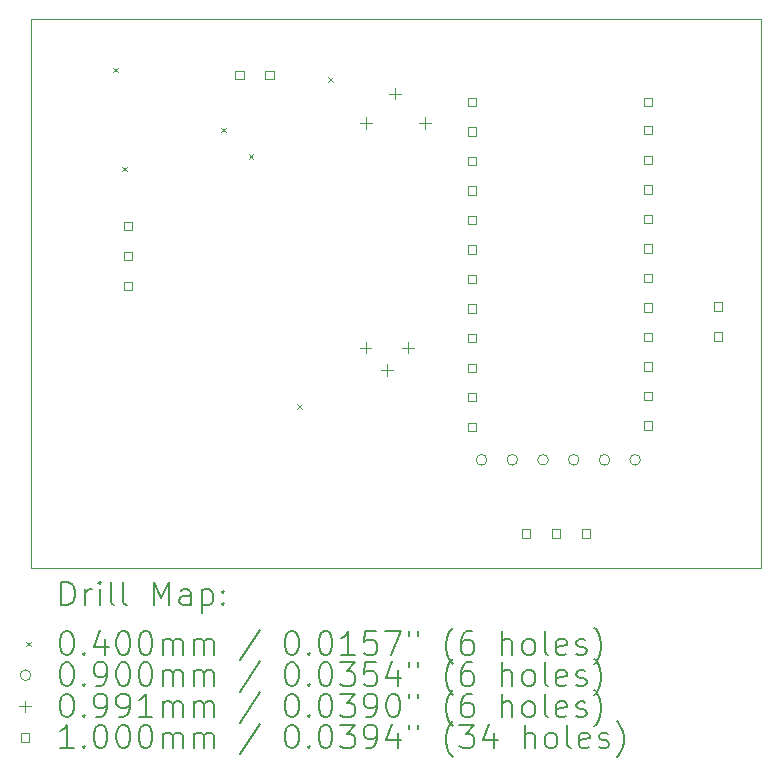
<source format=gbr>
%FSLAX45Y45*%
G04 Gerber Fmt 4.5, Leading zero omitted, Abs format (unit mm)*
G04 Created by KiCad (PCBNEW (6.0.1)) date 2022-04-24 16:29:00*
%MOMM*%
%LPD*%
G01*
G04 APERTURE LIST*
%TA.AperFunction,Profile*%
%ADD10C,0.100000*%
%TD*%
%ADD11C,0.200000*%
%ADD12C,0.040000*%
%ADD13C,0.090000*%
%ADD14C,0.099060*%
%ADD15C,0.100000*%
G04 APERTURE END LIST*
D10*
X16840200Y-6807200D02*
X23018400Y-6807200D01*
X23018400Y-6807200D02*
X23018400Y-11455400D01*
X23018400Y-11455400D02*
X16840200Y-11455400D01*
X16840200Y-11455400D02*
X16840200Y-6807200D01*
D11*
D12*
X17531400Y-7219000D02*
X17571400Y-7259000D01*
X17571400Y-7219000D02*
X17531400Y-7259000D01*
X17607600Y-8057200D02*
X17647600Y-8097200D01*
X17647600Y-8057200D02*
X17607600Y-8097200D01*
X18445800Y-7727000D02*
X18485800Y-7767000D01*
X18485800Y-7727000D02*
X18445800Y-7767000D01*
X18680000Y-7950000D02*
X18720000Y-7990000D01*
X18720000Y-7950000D02*
X18680000Y-7990000D01*
X19089000Y-10070000D02*
X19129000Y-10110000D01*
X19129000Y-10070000D02*
X19089000Y-10110000D01*
X19350000Y-7300000D02*
X19390000Y-7340000D01*
X19390000Y-7300000D02*
X19350000Y-7340000D01*
D13*
X20696500Y-10540500D02*
G75*
G03*
X20696500Y-10540500I-45000J0D01*
G01*
X20956500Y-10540500D02*
G75*
G03*
X20956500Y-10540500I-45000J0D01*
G01*
X21216500Y-10540500D02*
G75*
G03*
X21216500Y-10540500I-45000J0D01*
G01*
X21476500Y-10540500D02*
G75*
G03*
X21476500Y-10540500I-45000J0D01*
G01*
X21736500Y-10540500D02*
G75*
G03*
X21736500Y-10540500I-45000J0D01*
G01*
X21996500Y-10540500D02*
G75*
G03*
X21996500Y-10540500I-45000J0D01*
G01*
D14*
X19668550Y-9540020D02*
X19668550Y-9639080D01*
X19619020Y-9589550D02*
X19718080Y-9589550D01*
X19670000Y-7640470D02*
X19670000Y-7739530D01*
X19620470Y-7690000D02*
X19719530Y-7690000D01*
X19848550Y-9730020D02*
X19848550Y-9829080D01*
X19799020Y-9779550D02*
X19898080Y-9779550D01*
X19920000Y-7390470D02*
X19920000Y-7489530D01*
X19870470Y-7440000D02*
X19969530Y-7440000D01*
X20028550Y-9540020D02*
X20028550Y-9639080D01*
X19979020Y-9589550D02*
X20078080Y-9589550D01*
X20170000Y-7640470D02*
X20170000Y-7739530D01*
X20120470Y-7690000D02*
X20219530Y-7690000D01*
D15*
X17690856Y-8595156D02*
X17690856Y-8524444D01*
X17620144Y-8524444D01*
X17620144Y-8595156D01*
X17690856Y-8595156D01*
X17690856Y-8849156D02*
X17690856Y-8778444D01*
X17620144Y-8778444D01*
X17620144Y-8849156D01*
X17690856Y-8849156D01*
X17690856Y-9103156D02*
X17690856Y-9032444D01*
X17620144Y-9032444D01*
X17620144Y-9103156D01*
X17690856Y-9103156D01*
X18636356Y-7317856D02*
X18636356Y-7247144D01*
X18565644Y-7247144D01*
X18565644Y-7317856D01*
X18636356Y-7317856D01*
X18890356Y-7317856D02*
X18890356Y-7247144D01*
X18819644Y-7247144D01*
X18819644Y-7317856D01*
X18890356Y-7317856D01*
X20606856Y-7545856D02*
X20606856Y-7475144D01*
X20536144Y-7475144D01*
X20536144Y-7545856D01*
X20606856Y-7545856D01*
X20606856Y-7795856D02*
X20606856Y-7725144D01*
X20536144Y-7725144D01*
X20536144Y-7795856D01*
X20606856Y-7795856D01*
X20606856Y-8045856D02*
X20606856Y-7975144D01*
X20536144Y-7975144D01*
X20536144Y-8045856D01*
X20606856Y-8045856D01*
X20606856Y-8295856D02*
X20606856Y-8225144D01*
X20536144Y-8225144D01*
X20536144Y-8295856D01*
X20606856Y-8295856D01*
X20606856Y-8545856D02*
X20606856Y-8475144D01*
X20536144Y-8475144D01*
X20536144Y-8545856D01*
X20606856Y-8545856D01*
X20606856Y-8795856D02*
X20606856Y-8725144D01*
X20536144Y-8725144D01*
X20536144Y-8795856D01*
X20606856Y-8795856D01*
X20606856Y-9045856D02*
X20606856Y-8975144D01*
X20536144Y-8975144D01*
X20536144Y-9045856D01*
X20606856Y-9045856D01*
X20606856Y-9295856D02*
X20606856Y-9225144D01*
X20536144Y-9225144D01*
X20536144Y-9295856D01*
X20606856Y-9295856D01*
X20606856Y-9545856D02*
X20606856Y-9475144D01*
X20536144Y-9475144D01*
X20536144Y-9545856D01*
X20606856Y-9545856D01*
X20606856Y-9795856D02*
X20606856Y-9725144D01*
X20536144Y-9725144D01*
X20536144Y-9795856D01*
X20606856Y-9795856D01*
X20606856Y-10045856D02*
X20606856Y-9975144D01*
X20536144Y-9975144D01*
X20536144Y-10045856D01*
X20606856Y-10045856D01*
X20606856Y-10295856D02*
X20606856Y-10225144D01*
X20536144Y-10225144D01*
X20536144Y-10295856D01*
X20606856Y-10295856D01*
X21060856Y-11198856D02*
X21060856Y-11128144D01*
X20990144Y-11128144D01*
X20990144Y-11198856D01*
X21060856Y-11198856D01*
X21314856Y-11198856D02*
X21314856Y-11128144D01*
X21244144Y-11128144D01*
X21244144Y-11198856D01*
X21314856Y-11198856D01*
X21568856Y-11198856D02*
X21568856Y-11128144D01*
X21498144Y-11128144D01*
X21498144Y-11198856D01*
X21568856Y-11198856D01*
X22096856Y-7545856D02*
X22096856Y-7475144D01*
X22026144Y-7475144D01*
X22026144Y-7545856D01*
X22096856Y-7545856D01*
X22096856Y-7785856D02*
X22096856Y-7715144D01*
X22026144Y-7715144D01*
X22026144Y-7785856D01*
X22096856Y-7785856D01*
X22096856Y-8035856D02*
X22096856Y-7965144D01*
X22026144Y-7965144D01*
X22026144Y-8035856D01*
X22096856Y-8035856D01*
X22096856Y-8285856D02*
X22096856Y-8215144D01*
X22026144Y-8215144D01*
X22026144Y-8285856D01*
X22096856Y-8285856D01*
X22096856Y-8535856D02*
X22096856Y-8465144D01*
X22026144Y-8465144D01*
X22026144Y-8535856D01*
X22096856Y-8535856D01*
X22096856Y-8785856D02*
X22096856Y-8715144D01*
X22026144Y-8715144D01*
X22026144Y-8785856D01*
X22096856Y-8785856D01*
X22096856Y-9035856D02*
X22096856Y-8965144D01*
X22026144Y-8965144D01*
X22026144Y-9035856D01*
X22096856Y-9035856D01*
X22096856Y-9285856D02*
X22096856Y-9215144D01*
X22026144Y-9215144D01*
X22026144Y-9285856D01*
X22096856Y-9285856D01*
X22096856Y-9535856D02*
X22096856Y-9465144D01*
X22026144Y-9465144D01*
X22026144Y-9535856D01*
X22096856Y-9535856D01*
X22096856Y-9785856D02*
X22096856Y-9715144D01*
X22026144Y-9715144D01*
X22026144Y-9785856D01*
X22096856Y-9785856D01*
X22096856Y-10035856D02*
X22096856Y-9965144D01*
X22026144Y-9965144D01*
X22026144Y-10035856D01*
X22096856Y-10035856D01*
X22096856Y-10285856D02*
X22096856Y-10215144D01*
X22026144Y-10215144D01*
X22026144Y-10285856D01*
X22096856Y-10285856D01*
X22689656Y-9278956D02*
X22689656Y-9208244D01*
X22618944Y-9208244D01*
X22618944Y-9278956D01*
X22689656Y-9278956D01*
X22689656Y-9532956D02*
X22689656Y-9462244D01*
X22618944Y-9462244D01*
X22618944Y-9532956D01*
X22689656Y-9532956D01*
D11*
X17092819Y-11770876D02*
X17092819Y-11570876D01*
X17140438Y-11570876D01*
X17169010Y-11580400D01*
X17188057Y-11599448D01*
X17197581Y-11618495D01*
X17207105Y-11656590D01*
X17207105Y-11685162D01*
X17197581Y-11723257D01*
X17188057Y-11742305D01*
X17169010Y-11761352D01*
X17140438Y-11770876D01*
X17092819Y-11770876D01*
X17292819Y-11770876D02*
X17292819Y-11637543D01*
X17292819Y-11675638D02*
X17302343Y-11656590D01*
X17311867Y-11647067D01*
X17330914Y-11637543D01*
X17349962Y-11637543D01*
X17416629Y-11770876D02*
X17416629Y-11637543D01*
X17416629Y-11570876D02*
X17407105Y-11580400D01*
X17416629Y-11589924D01*
X17426152Y-11580400D01*
X17416629Y-11570876D01*
X17416629Y-11589924D01*
X17540438Y-11770876D02*
X17521390Y-11761352D01*
X17511867Y-11742305D01*
X17511867Y-11570876D01*
X17645200Y-11770876D02*
X17626152Y-11761352D01*
X17616629Y-11742305D01*
X17616629Y-11570876D01*
X17873771Y-11770876D02*
X17873771Y-11570876D01*
X17940438Y-11713733D01*
X18007105Y-11570876D01*
X18007105Y-11770876D01*
X18188057Y-11770876D02*
X18188057Y-11666114D01*
X18178533Y-11647067D01*
X18159486Y-11637543D01*
X18121390Y-11637543D01*
X18102343Y-11647067D01*
X18188057Y-11761352D02*
X18169010Y-11770876D01*
X18121390Y-11770876D01*
X18102343Y-11761352D01*
X18092819Y-11742305D01*
X18092819Y-11723257D01*
X18102343Y-11704209D01*
X18121390Y-11694686D01*
X18169010Y-11694686D01*
X18188057Y-11685162D01*
X18283295Y-11637543D02*
X18283295Y-11837543D01*
X18283295Y-11647067D02*
X18302343Y-11637543D01*
X18340438Y-11637543D01*
X18359486Y-11647067D01*
X18369010Y-11656590D01*
X18378533Y-11675638D01*
X18378533Y-11732781D01*
X18369010Y-11751828D01*
X18359486Y-11761352D01*
X18340438Y-11770876D01*
X18302343Y-11770876D01*
X18283295Y-11761352D01*
X18464248Y-11751828D02*
X18473771Y-11761352D01*
X18464248Y-11770876D01*
X18454724Y-11761352D01*
X18464248Y-11751828D01*
X18464248Y-11770876D01*
X18464248Y-11647067D02*
X18473771Y-11656590D01*
X18464248Y-11666114D01*
X18454724Y-11656590D01*
X18464248Y-11647067D01*
X18464248Y-11666114D01*
D12*
X16795200Y-12080400D02*
X16835200Y-12120400D01*
X16835200Y-12080400D02*
X16795200Y-12120400D01*
D11*
X17130914Y-11990876D02*
X17149962Y-11990876D01*
X17169010Y-12000400D01*
X17178533Y-12009924D01*
X17188057Y-12028971D01*
X17197581Y-12067067D01*
X17197581Y-12114686D01*
X17188057Y-12152781D01*
X17178533Y-12171828D01*
X17169010Y-12181352D01*
X17149962Y-12190876D01*
X17130914Y-12190876D01*
X17111867Y-12181352D01*
X17102343Y-12171828D01*
X17092819Y-12152781D01*
X17083295Y-12114686D01*
X17083295Y-12067067D01*
X17092819Y-12028971D01*
X17102343Y-12009924D01*
X17111867Y-12000400D01*
X17130914Y-11990876D01*
X17283295Y-12171828D02*
X17292819Y-12181352D01*
X17283295Y-12190876D01*
X17273771Y-12181352D01*
X17283295Y-12171828D01*
X17283295Y-12190876D01*
X17464248Y-12057543D02*
X17464248Y-12190876D01*
X17416629Y-11981352D02*
X17369010Y-12124209D01*
X17492819Y-12124209D01*
X17607105Y-11990876D02*
X17626152Y-11990876D01*
X17645200Y-12000400D01*
X17654724Y-12009924D01*
X17664248Y-12028971D01*
X17673771Y-12067067D01*
X17673771Y-12114686D01*
X17664248Y-12152781D01*
X17654724Y-12171828D01*
X17645200Y-12181352D01*
X17626152Y-12190876D01*
X17607105Y-12190876D01*
X17588057Y-12181352D01*
X17578533Y-12171828D01*
X17569010Y-12152781D01*
X17559486Y-12114686D01*
X17559486Y-12067067D01*
X17569010Y-12028971D01*
X17578533Y-12009924D01*
X17588057Y-12000400D01*
X17607105Y-11990876D01*
X17797581Y-11990876D02*
X17816629Y-11990876D01*
X17835676Y-12000400D01*
X17845200Y-12009924D01*
X17854724Y-12028971D01*
X17864248Y-12067067D01*
X17864248Y-12114686D01*
X17854724Y-12152781D01*
X17845200Y-12171828D01*
X17835676Y-12181352D01*
X17816629Y-12190876D01*
X17797581Y-12190876D01*
X17778533Y-12181352D01*
X17769010Y-12171828D01*
X17759486Y-12152781D01*
X17749962Y-12114686D01*
X17749962Y-12067067D01*
X17759486Y-12028971D01*
X17769010Y-12009924D01*
X17778533Y-12000400D01*
X17797581Y-11990876D01*
X17949962Y-12190876D02*
X17949962Y-12057543D01*
X17949962Y-12076590D02*
X17959486Y-12067067D01*
X17978533Y-12057543D01*
X18007105Y-12057543D01*
X18026152Y-12067067D01*
X18035676Y-12086114D01*
X18035676Y-12190876D01*
X18035676Y-12086114D02*
X18045200Y-12067067D01*
X18064248Y-12057543D01*
X18092819Y-12057543D01*
X18111867Y-12067067D01*
X18121390Y-12086114D01*
X18121390Y-12190876D01*
X18216629Y-12190876D02*
X18216629Y-12057543D01*
X18216629Y-12076590D02*
X18226152Y-12067067D01*
X18245200Y-12057543D01*
X18273771Y-12057543D01*
X18292819Y-12067067D01*
X18302343Y-12086114D01*
X18302343Y-12190876D01*
X18302343Y-12086114D02*
X18311867Y-12067067D01*
X18330914Y-12057543D01*
X18359486Y-12057543D01*
X18378533Y-12067067D01*
X18388057Y-12086114D01*
X18388057Y-12190876D01*
X18778533Y-11981352D02*
X18607105Y-12238495D01*
X19035676Y-11990876D02*
X19054724Y-11990876D01*
X19073771Y-12000400D01*
X19083295Y-12009924D01*
X19092819Y-12028971D01*
X19102343Y-12067067D01*
X19102343Y-12114686D01*
X19092819Y-12152781D01*
X19083295Y-12171828D01*
X19073771Y-12181352D01*
X19054724Y-12190876D01*
X19035676Y-12190876D01*
X19016629Y-12181352D01*
X19007105Y-12171828D01*
X18997581Y-12152781D01*
X18988057Y-12114686D01*
X18988057Y-12067067D01*
X18997581Y-12028971D01*
X19007105Y-12009924D01*
X19016629Y-12000400D01*
X19035676Y-11990876D01*
X19188057Y-12171828D02*
X19197581Y-12181352D01*
X19188057Y-12190876D01*
X19178533Y-12181352D01*
X19188057Y-12171828D01*
X19188057Y-12190876D01*
X19321390Y-11990876D02*
X19340438Y-11990876D01*
X19359486Y-12000400D01*
X19369010Y-12009924D01*
X19378533Y-12028971D01*
X19388057Y-12067067D01*
X19388057Y-12114686D01*
X19378533Y-12152781D01*
X19369010Y-12171828D01*
X19359486Y-12181352D01*
X19340438Y-12190876D01*
X19321390Y-12190876D01*
X19302343Y-12181352D01*
X19292819Y-12171828D01*
X19283295Y-12152781D01*
X19273771Y-12114686D01*
X19273771Y-12067067D01*
X19283295Y-12028971D01*
X19292819Y-12009924D01*
X19302343Y-12000400D01*
X19321390Y-11990876D01*
X19578533Y-12190876D02*
X19464248Y-12190876D01*
X19521390Y-12190876D02*
X19521390Y-11990876D01*
X19502343Y-12019448D01*
X19483295Y-12038495D01*
X19464248Y-12048019D01*
X19759486Y-11990876D02*
X19664248Y-11990876D01*
X19654724Y-12086114D01*
X19664248Y-12076590D01*
X19683295Y-12067067D01*
X19730914Y-12067067D01*
X19749962Y-12076590D01*
X19759486Y-12086114D01*
X19769010Y-12105162D01*
X19769010Y-12152781D01*
X19759486Y-12171828D01*
X19749962Y-12181352D01*
X19730914Y-12190876D01*
X19683295Y-12190876D01*
X19664248Y-12181352D01*
X19654724Y-12171828D01*
X19835676Y-11990876D02*
X19969010Y-11990876D01*
X19883295Y-12190876D01*
X20035676Y-11990876D02*
X20035676Y-12028971D01*
X20111867Y-11990876D02*
X20111867Y-12028971D01*
X20407105Y-12267067D02*
X20397581Y-12257543D01*
X20378533Y-12228971D01*
X20369010Y-12209924D01*
X20359486Y-12181352D01*
X20349962Y-12133733D01*
X20349962Y-12095638D01*
X20359486Y-12048019D01*
X20369010Y-12019448D01*
X20378533Y-12000400D01*
X20397581Y-11971828D01*
X20407105Y-11962305D01*
X20569010Y-11990876D02*
X20530914Y-11990876D01*
X20511867Y-12000400D01*
X20502343Y-12009924D01*
X20483295Y-12038495D01*
X20473771Y-12076590D01*
X20473771Y-12152781D01*
X20483295Y-12171828D01*
X20492819Y-12181352D01*
X20511867Y-12190876D01*
X20549962Y-12190876D01*
X20569010Y-12181352D01*
X20578533Y-12171828D01*
X20588057Y-12152781D01*
X20588057Y-12105162D01*
X20578533Y-12086114D01*
X20569010Y-12076590D01*
X20549962Y-12067067D01*
X20511867Y-12067067D01*
X20492819Y-12076590D01*
X20483295Y-12086114D01*
X20473771Y-12105162D01*
X20826152Y-12190876D02*
X20826152Y-11990876D01*
X20911867Y-12190876D02*
X20911867Y-12086114D01*
X20902343Y-12067067D01*
X20883295Y-12057543D01*
X20854724Y-12057543D01*
X20835676Y-12067067D01*
X20826152Y-12076590D01*
X21035676Y-12190876D02*
X21016629Y-12181352D01*
X21007105Y-12171828D01*
X20997581Y-12152781D01*
X20997581Y-12095638D01*
X21007105Y-12076590D01*
X21016629Y-12067067D01*
X21035676Y-12057543D01*
X21064248Y-12057543D01*
X21083295Y-12067067D01*
X21092819Y-12076590D01*
X21102343Y-12095638D01*
X21102343Y-12152781D01*
X21092819Y-12171828D01*
X21083295Y-12181352D01*
X21064248Y-12190876D01*
X21035676Y-12190876D01*
X21216629Y-12190876D02*
X21197581Y-12181352D01*
X21188057Y-12162305D01*
X21188057Y-11990876D01*
X21369010Y-12181352D02*
X21349962Y-12190876D01*
X21311867Y-12190876D01*
X21292819Y-12181352D01*
X21283295Y-12162305D01*
X21283295Y-12086114D01*
X21292819Y-12067067D01*
X21311867Y-12057543D01*
X21349962Y-12057543D01*
X21369010Y-12067067D01*
X21378533Y-12086114D01*
X21378533Y-12105162D01*
X21283295Y-12124209D01*
X21454724Y-12181352D02*
X21473771Y-12190876D01*
X21511867Y-12190876D01*
X21530914Y-12181352D01*
X21540438Y-12162305D01*
X21540438Y-12152781D01*
X21530914Y-12133733D01*
X21511867Y-12124209D01*
X21483295Y-12124209D01*
X21464248Y-12114686D01*
X21454724Y-12095638D01*
X21454724Y-12086114D01*
X21464248Y-12067067D01*
X21483295Y-12057543D01*
X21511867Y-12057543D01*
X21530914Y-12067067D01*
X21607105Y-12267067D02*
X21616629Y-12257543D01*
X21635676Y-12228971D01*
X21645200Y-12209924D01*
X21654724Y-12181352D01*
X21664248Y-12133733D01*
X21664248Y-12095638D01*
X21654724Y-12048019D01*
X21645200Y-12019448D01*
X21635676Y-12000400D01*
X21616629Y-11971828D01*
X21607105Y-11962305D01*
D13*
X16835200Y-12364400D02*
G75*
G03*
X16835200Y-12364400I-45000J0D01*
G01*
D11*
X17130914Y-12254876D02*
X17149962Y-12254876D01*
X17169010Y-12264400D01*
X17178533Y-12273924D01*
X17188057Y-12292971D01*
X17197581Y-12331067D01*
X17197581Y-12378686D01*
X17188057Y-12416781D01*
X17178533Y-12435828D01*
X17169010Y-12445352D01*
X17149962Y-12454876D01*
X17130914Y-12454876D01*
X17111867Y-12445352D01*
X17102343Y-12435828D01*
X17092819Y-12416781D01*
X17083295Y-12378686D01*
X17083295Y-12331067D01*
X17092819Y-12292971D01*
X17102343Y-12273924D01*
X17111867Y-12264400D01*
X17130914Y-12254876D01*
X17283295Y-12435828D02*
X17292819Y-12445352D01*
X17283295Y-12454876D01*
X17273771Y-12445352D01*
X17283295Y-12435828D01*
X17283295Y-12454876D01*
X17388057Y-12454876D02*
X17426152Y-12454876D01*
X17445200Y-12445352D01*
X17454724Y-12435828D01*
X17473771Y-12407257D01*
X17483295Y-12369162D01*
X17483295Y-12292971D01*
X17473771Y-12273924D01*
X17464248Y-12264400D01*
X17445200Y-12254876D01*
X17407105Y-12254876D01*
X17388057Y-12264400D01*
X17378533Y-12273924D01*
X17369010Y-12292971D01*
X17369010Y-12340590D01*
X17378533Y-12359638D01*
X17388057Y-12369162D01*
X17407105Y-12378686D01*
X17445200Y-12378686D01*
X17464248Y-12369162D01*
X17473771Y-12359638D01*
X17483295Y-12340590D01*
X17607105Y-12254876D02*
X17626152Y-12254876D01*
X17645200Y-12264400D01*
X17654724Y-12273924D01*
X17664248Y-12292971D01*
X17673771Y-12331067D01*
X17673771Y-12378686D01*
X17664248Y-12416781D01*
X17654724Y-12435828D01*
X17645200Y-12445352D01*
X17626152Y-12454876D01*
X17607105Y-12454876D01*
X17588057Y-12445352D01*
X17578533Y-12435828D01*
X17569010Y-12416781D01*
X17559486Y-12378686D01*
X17559486Y-12331067D01*
X17569010Y-12292971D01*
X17578533Y-12273924D01*
X17588057Y-12264400D01*
X17607105Y-12254876D01*
X17797581Y-12254876D02*
X17816629Y-12254876D01*
X17835676Y-12264400D01*
X17845200Y-12273924D01*
X17854724Y-12292971D01*
X17864248Y-12331067D01*
X17864248Y-12378686D01*
X17854724Y-12416781D01*
X17845200Y-12435828D01*
X17835676Y-12445352D01*
X17816629Y-12454876D01*
X17797581Y-12454876D01*
X17778533Y-12445352D01*
X17769010Y-12435828D01*
X17759486Y-12416781D01*
X17749962Y-12378686D01*
X17749962Y-12331067D01*
X17759486Y-12292971D01*
X17769010Y-12273924D01*
X17778533Y-12264400D01*
X17797581Y-12254876D01*
X17949962Y-12454876D02*
X17949962Y-12321543D01*
X17949962Y-12340590D02*
X17959486Y-12331067D01*
X17978533Y-12321543D01*
X18007105Y-12321543D01*
X18026152Y-12331067D01*
X18035676Y-12350114D01*
X18035676Y-12454876D01*
X18035676Y-12350114D02*
X18045200Y-12331067D01*
X18064248Y-12321543D01*
X18092819Y-12321543D01*
X18111867Y-12331067D01*
X18121390Y-12350114D01*
X18121390Y-12454876D01*
X18216629Y-12454876D02*
X18216629Y-12321543D01*
X18216629Y-12340590D02*
X18226152Y-12331067D01*
X18245200Y-12321543D01*
X18273771Y-12321543D01*
X18292819Y-12331067D01*
X18302343Y-12350114D01*
X18302343Y-12454876D01*
X18302343Y-12350114D02*
X18311867Y-12331067D01*
X18330914Y-12321543D01*
X18359486Y-12321543D01*
X18378533Y-12331067D01*
X18388057Y-12350114D01*
X18388057Y-12454876D01*
X18778533Y-12245352D02*
X18607105Y-12502495D01*
X19035676Y-12254876D02*
X19054724Y-12254876D01*
X19073771Y-12264400D01*
X19083295Y-12273924D01*
X19092819Y-12292971D01*
X19102343Y-12331067D01*
X19102343Y-12378686D01*
X19092819Y-12416781D01*
X19083295Y-12435828D01*
X19073771Y-12445352D01*
X19054724Y-12454876D01*
X19035676Y-12454876D01*
X19016629Y-12445352D01*
X19007105Y-12435828D01*
X18997581Y-12416781D01*
X18988057Y-12378686D01*
X18988057Y-12331067D01*
X18997581Y-12292971D01*
X19007105Y-12273924D01*
X19016629Y-12264400D01*
X19035676Y-12254876D01*
X19188057Y-12435828D02*
X19197581Y-12445352D01*
X19188057Y-12454876D01*
X19178533Y-12445352D01*
X19188057Y-12435828D01*
X19188057Y-12454876D01*
X19321390Y-12254876D02*
X19340438Y-12254876D01*
X19359486Y-12264400D01*
X19369010Y-12273924D01*
X19378533Y-12292971D01*
X19388057Y-12331067D01*
X19388057Y-12378686D01*
X19378533Y-12416781D01*
X19369010Y-12435828D01*
X19359486Y-12445352D01*
X19340438Y-12454876D01*
X19321390Y-12454876D01*
X19302343Y-12445352D01*
X19292819Y-12435828D01*
X19283295Y-12416781D01*
X19273771Y-12378686D01*
X19273771Y-12331067D01*
X19283295Y-12292971D01*
X19292819Y-12273924D01*
X19302343Y-12264400D01*
X19321390Y-12254876D01*
X19454724Y-12254876D02*
X19578533Y-12254876D01*
X19511867Y-12331067D01*
X19540438Y-12331067D01*
X19559486Y-12340590D01*
X19569010Y-12350114D01*
X19578533Y-12369162D01*
X19578533Y-12416781D01*
X19569010Y-12435828D01*
X19559486Y-12445352D01*
X19540438Y-12454876D01*
X19483295Y-12454876D01*
X19464248Y-12445352D01*
X19454724Y-12435828D01*
X19759486Y-12254876D02*
X19664248Y-12254876D01*
X19654724Y-12350114D01*
X19664248Y-12340590D01*
X19683295Y-12331067D01*
X19730914Y-12331067D01*
X19749962Y-12340590D01*
X19759486Y-12350114D01*
X19769010Y-12369162D01*
X19769010Y-12416781D01*
X19759486Y-12435828D01*
X19749962Y-12445352D01*
X19730914Y-12454876D01*
X19683295Y-12454876D01*
X19664248Y-12445352D01*
X19654724Y-12435828D01*
X19940438Y-12321543D02*
X19940438Y-12454876D01*
X19892819Y-12245352D02*
X19845200Y-12388209D01*
X19969010Y-12388209D01*
X20035676Y-12254876D02*
X20035676Y-12292971D01*
X20111867Y-12254876D02*
X20111867Y-12292971D01*
X20407105Y-12531067D02*
X20397581Y-12521543D01*
X20378533Y-12492971D01*
X20369010Y-12473924D01*
X20359486Y-12445352D01*
X20349962Y-12397733D01*
X20349962Y-12359638D01*
X20359486Y-12312019D01*
X20369010Y-12283448D01*
X20378533Y-12264400D01*
X20397581Y-12235828D01*
X20407105Y-12226305D01*
X20569010Y-12254876D02*
X20530914Y-12254876D01*
X20511867Y-12264400D01*
X20502343Y-12273924D01*
X20483295Y-12302495D01*
X20473771Y-12340590D01*
X20473771Y-12416781D01*
X20483295Y-12435828D01*
X20492819Y-12445352D01*
X20511867Y-12454876D01*
X20549962Y-12454876D01*
X20569010Y-12445352D01*
X20578533Y-12435828D01*
X20588057Y-12416781D01*
X20588057Y-12369162D01*
X20578533Y-12350114D01*
X20569010Y-12340590D01*
X20549962Y-12331067D01*
X20511867Y-12331067D01*
X20492819Y-12340590D01*
X20483295Y-12350114D01*
X20473771Y-12369162D01*
X20826152Y-12454876D02*
X20826152Y-12254876D01*
X20911867Y-12454876D02*
X20911867Y-12350114D01*
X20902343Y-12331067D01*
X20883295Y-12321543D01*
X20854724Y-12321543D01*
X20835676Y-12331067D01*
X20826152Y-12340590D01*
X21035676Y-12454876D02*
X21016629Y-12445352D01*
X21007105Y-12435828D01*
X20997581Y-12416781D01*
X20997581Y-12359638D01*
X21007105Y-12340590D01*
X21016629Y-12331067D01*
X21035676Y-12321543D01*
X21064248Y-12321543D01*
X21083295Y-12331067D01*
X21092819Y-12340590D01*
X21102343Y-12359638D01*
X21102343Y-12416781D01*
X21092819Y-12435828D01*
X21083295Y-12445352D01*
X21064248Y-12454876D01*
X21035676Y-12454876D01*
X21216629Y-12454876D02*
X21197581Y-12445352D01*
X21188057Y-12426305D01*
X21188057Y-12254876D01*
X21369010Y-12445352D02*
X21349962Y-12454876D01*
X21311867Y-12454876D01*
X21292819Y-12445352D01*
X21283295Y-12426305D01*
X21283295Y-12350114D01*
X21292819Y-12331067D01*
X21311867Y-12321543D01*
X21349962Y-12321543D01*
X21369010Y-12331067D01*
X21378533Y-12350114D01*
X21378533Y-12369162D01*
X21283295Y-12388209D01*
X21454724Y-12445352D02*
X21473771Y-12454876D01*
X21511867Y-12454876D01*
X21530914Y-12445352D01*
X21540438Y-12426305D01*
X21540438Y-12416781D01*
X21530914Y-12397733D01*
X21511867Y-12388209D01*
X21483295Y-12388209D01*
X21464248Y-12378686D01*
X21454724Y-12359638D01*
X21454724Y-12350114D01*
X21464248Y-12331067D01*
X21483295Y-12321543D01*
X21511867Y-12321543D01*
X21530914Y-12331067D01*
X21607105Y-12531067D02*
X21616629Y-12521543D01*
X21635676Y-12492971D01*
X21645200Y-12473924D01*
X21654724Y-12445352D01*
X21664248Y-12397733D01*
X21664248Y-12359638D01*
X21654724Y-12312019D01*
X21645200Y-12283448D01*
X21635676Y-12264400D01*
X21616629Y-12235828D01*
X21607105Y-12226305D01*
D14*
X16785670Y-12578870D02*
X16785670Y-12677930D01*
X16736140Y-12628400D02*
X16835200Y-12628400D01*
D11*
X17130914Y-12518876D02*
X17149962Y-12518876D01*
X17169010Y-12528400D01*
X17178533Y-12537924D01*
X17188057Y-12556971D01*
X17197581Y-12595067D01*
X17197581Y-12642686D01*
X17188057Y-12680781D01*
X17178533Y-12699828D01*
X17169010Y-12709352D01*
X17149962Y-12718876D01*
X17130914Y-12718876D01*
X17111867Y-12709352D01*
X17102343Y-12699828D01*
X17092819Y-12680781D01*
X17083295Y-12642686D01*
X17083295Y-12595067D01*
X17092819Y-12556971D01*
X17102343Y-12537924D01*
X17111867Y-12528400D01*
X17130914Y-12518876D01*
X17283295Y-12699828D02*
X17292819Y-12709352D01*
X17283295Y-12718876D01*
X17273771Y-12709352D01*
X17283295Y-12699828D01*
X17283295Y-12718876D01*
X17388057Y-12718876D02*
X17426152Y-12718876D01*
X17445200Y-12709352D01*
X17454724Y-12699828D01*
X17473771Y-12671257D01*
X17483295Y-12633162D01*
X17483295Y-12556971D01*
X17473771Y-12537924D01*
X17464248Y-12528400D01*
X17445200Y-12518876D01*
X17407105Y-12518876D01*
X17388057Y-12528400D01*
X17378533Y-12537924D01*
X17369010Y-12556971D01*
X17369010Y-12604590D01*
X17378533Y-12623638D01*
X17388057Y-12633162D01*
X17407105Y-12642686D01*
X17445200Y-12642686D01*
X17464248Y-12633162D01*
X17473771Y-12623638D01*
X17483295Y-12604590D01*
X17578533Y-12718876D02*
X17616629Y-12718876D01*
X17635676Y-12709352D01*
X17645200Y-12699828D01*
X17664248Y-12671257D01*
X17673771Y-12633162D01*
X17673771Y-12556971D01*
X17664248Y-12537924D01*
X17654724Y-12528400D01*
X17635676Y-12518876D01*
X17597581Y-12518876D01*
X17578533Y-12528400D01*
X17569010Y-12537924D01*
X17559486Y-12556971D01*
X17559486Y-12604590D01*
X17569010Y-12623638D01*
X17578533Y-12633162D01*
X17597581Y-12642686D01*
X17635676Y-12642686D01*
X17654724Y-12633162D01*
X17664248Y-12623638D01*
X17673771Y-12604590D01*
X17864248Y-12718876D02*
X17749962Y-12718876D01*
X17807105Y-12718876D02*
X17807105Y-12518876D01*
X17788057Y-12547448D01*
X17769010Y-12566495D01*
X17749962Y-12576019D01*
X17949962Y-12718876D02*
X17949962Y-12585543D01*
X17949962Y-12604590D02*
X17959486Y-12595067D01*
X17978533Y-12585543D01*
X18007105Y-12585543D01*
X18026152Y-12595067D01*
X18035676Y-12614114D01*
X18035676Y-12718876D01*
X18035676Y-12614114D02*
X18045200Y-12595067D01*
X18064248Y-12585543D01*
X18092819Y-12585543D01*
X18111867Y-12595067D01*
X18121390Y-12614114D01*
X18121390Y-12718876D01*
X18216629Y-12718876D02*
X18216629Y-12585543D01*
X18216629Y-12604590D02*
X18226152Y-12595067D01*
X18245200Y-12585543D01*
X18273771Y-12585543D01*
X18292819Y-12595067D01*
X18302343Y-12614114D01*
X18302343Y-12718876D01*
X18302343Y-12614114D02*
X18311867Y-12595067D01*
X18330914Y-12585543D01*
X18359486Y-12585543D01*
X18378533Y-12595067D01*
X18388057Y-12614114D01*
X18388057Y-12718876D01*
X18778533Y-12509352D02*
X18607105Y-12766495D01*
X19035676Y-12518876D02*
X19054724Y-12518876D01*
X19073771Y-12528400D01*
X19083295Y-12537924D01*
X19092819Y-12556971D01*
X19102343Y-12595067D01*
X19102343Y-12642686D01*
X19092819Y-12680781D01*
X19083295Y-12699828D01*
X19073771Y-12709352D01*
X19054724Y-12718876D01*
X19035676Y-12718876D01*
X19016629Y-12709352D01*
X19007105Y-12699828D01*
X18997581Y-12680781D01*
X18988057Y-12642686D01*
X18988057Y-12595067D01*
X18997581Y-12556971D01*
X19007105Y-12537924D01*
X19016629Y-12528400D01*
X19035676Y-12518876D01*
X19188057Y-12699828D02*
X19197581Y-12709352D01*
X19188057Y-12718876D01*
X19178533Y-12709352D01*
X19188057Y-12699828D01*
X19188057Y-12718876D01*
X19321390Y-12518876D02*
X19340438Y-12518876D01*
X19359486Y-12528400D01*
X19369010Y-12537924D01*
X19378533Y-12556971D01*
X19388057Y-12595067D01*
X19388057Y-12642686D01*
X19378533Y-12680781D01*
X19369010Y-12699828D01*
X19359486Y-12709352D01*
X19340438Y-12718876D01*
X19321390Y-12718876D01*
X19302343Y-12709352D01*
X19292819Y-12699828D01*
X19283295Y-12680781D01*
X19273771Y-12642686D01*
X19273771Y-12595067D01*
X19283295Y-12556971D01*
X19292819Y-12537924D01*
X19302343Y-12528400D01*
X19321390Y-12518876D01*
X19454724Y-12518876D02*
X19578533Y-12518876D01*
X19511867Y-12595067D01*
X19540438Y-12595067D01*
X19559486Y-12604590D01*
X19569010Y-12614114D01*
X19578533Y-12633162D01*
X19578533Y-12680781D01*
X19569010Y-12699828D01*
X19559486Y-12709352D01*
X19540438Y-12718876D01*
X19483295Y-12718876D01*
X19464248Y-12709352D01*
X19454724Y-12699828D01*
X19673771Y-12718876D02*
X19711867Y-12718876D01*
X19730914Y-12709352D01*
X19740438Y-12699828D01*
X19759486Y-12671257D01*
X19769010Y-12633162D01*
X19769010Y-12556971D01*
X19759486Y-12537924D01*
X19749962Y-12528400D01*
X19730914Y-12518876D01*
X19692819Y-12518876D01*
X19673771Y-12528400D01*
X19664248Y-12537924D01*
X19654724Y-12556971D01*
X19654724Y-12604590D01*
X19664248Y-12623638D01*
X19673771Y-12633162D01*
X19692819Y-12642686D01*
X19730914Y-12642686D01*
X19749962Y-12633162D01*
X19759486Y-12623638D01*
X19769010Y-12604590D01*
X19892819Y-12518876D02*
X19911867Y-12518876D01*
X19930914Y-12528400D01*
X19940438Y-12537924D01*
X19949962Y-12556971D01*
X19959486Y-12595067D01*
X19959486Y-12642686D01*
X19949962Y-12680781D01*
X19940438Y-12699828D01*
X19930914Y-12709352D01*
X19911867Y-12718876D01*
X19892819Y-12718876D01*
X19873771Y-12709352D01*
X19864248Y-12699828D01*
X19854724Y-12680781D01*
X19845200Y-12642686D01*
X19845200Y-12595067D01*
X19854724Y-12556971D01*
X19864248Y-12537924D01*
X19873771Y-12528400D01*
X19892819Y-12518876D01*
X20035676Y-12518876D02*
X20035676Y-12556971D01*
X20111867Y-12518876D02*
X20111867Y-12556971D01*
X20407105Y-12795067D02*
X20397581Y-12785543D01*
X20378533Y-12756971D01*
X20369010Y-12737924D01*
X20359486Y-12709352D01*
X20349962Y-12661733D01*
X20349962Y-12623638D01*
X20359486Y-12576019D01*
X20369010Y-12547448D01*
X20378533Y-12528400D01*
X20397581Y-12499828D01*
X20407105Y-12490305D01*
X20569010Y-12518876D02*
X20530914Y-12518876D01*
X20511867Y-12528400D01*
X20502343Y-12537924D01*
X20483295Y-12566495D01*
X20473771Y-12604590D01*
X20473771Y-12680781D01*
X20483295Y-12699828D01*
X20492819Y-12709352D01*
X20511867Y-12718876D01*
X20549962Y-12718876D01*
X20569010Y-12709352D01*
X20578533Y-12699828D01*
X20588057Y-12680781D01*
X20588057Y-12633162D01*
X20578533Y-12614114D01*
X20569010Y-12604590D01*
X20549962Y-12595067D01*
X20511867Y-12595067D01*
X20492819Y-12604590D01*
X20483295Y-12614114D01*
X20473771Y-12633162D01*
X20826152Y-12718876D02*
X20826152Y-12518876D01*
X20911867Y-12718876D02*
X20911867Y-12614114D01*
X20902343Y-12595067D01*
X20883295Y-12585543D01*
X20854724Y-12585543D01*
X20835676Y-12595067D01*
X20826152Y-12604590D01*
X21035676Y-12718876D02*
X21016629Y-12709352D01*
X21007105Y-12699828D01*
X20997581Y-12680781D01*
X20997581Y-12623638D01*
X21007105Y-12604590D01*
X21016629Y-12595067D01*
X21035676Y-12585543D01*
X21064248Y-12585543D01*
X21083295Y-12595067D01*
X21092819Y-12604590D01*
X21102343Y-12623638D01*
X21102343Y-12680781D01*
X21092819Y-12699828D01*
X21083295Y-12709352D01*
X21064248Y-12718876D01*
X21035676Y-12718876D01*
X21216629Y-12718876D02*
X21197581Y-12709352D01*
X21188057Y-12690305D01*
X21188057Y-12518876D01*
X21369010Y-12709352D02*
X21349962Y-12718876D01*
X21311867Y-12718876D01*
X21292819Y-12709352D01*
X21283295Y-12690305D01*
X21283295Y-12614114D01*
X21292819Y-12595067D01*
X21311867Y-12585543D01*
X21349962Y-12585543D01*
X21369010Y-12595067D01*
X21378533Y-12614114D01*
X21378533Y-12633162D01*
X21283295Y-12652209D01*
X21454724Y-12709352D02*
X21473771Y-12718876D01*
X21511867Y-12718876D01*
X21530914Y-12709352D01*
X21540438Y-12690305D01*
X21540438Y-12680781D01*
X21530914Y-12661733D01*
X21511867Y-12652209D01*
X21483295Y-12652209D01*
X21464248Y-12642686D01*
X21454724Y-12623638D01*
X21454724Y-12614114D01*
X21464248Y-12595067D01*
X21483295Y-12585543D01*
X21511867Y-12585543D01*
X21530914Y-12595067D01*
X21607105Y-12795067D02*
X21616629Y-12785543D01*
X21635676Y-12756971D01*
X21645200Y-12737924D01*
X21654724Y-12709352D01*
X21664248Y-12661733D01*
X21664248Y-12623638D01*
X21654724Y-12576019D01*
X21645200Y-12547448D01*
X21635676Y-12528400D01*
X21616629Y-12499828D01*
X21607105Y-12490305D01*
D15*
X16820556Y-12927756D02*
X16820556Y-12857044D01*
X16749844Y-12857044D01*
X16749844Y-12927756D01*
X16820556Y-12927756D01*
D11*
X17197581Y-12982876D02*
X17083295Y-12982876D01*
X17140438Y-12982876D02*
X17140438Y-12782876D01*
X17121390Y-12811448D01*
X17102343Y-12830495D01*
X17083295Y-12840019D01*
X17283295Y-12963828D02*
X17292819Y-12973352D01*
X17283295Y-12982876D01*
X17273771Y-12973352D01*
X17283295Y-12963828D01*
X17283295Y-12982876D01*
X17416629Y-12782876D02*
X17435676Y-12782876D01*
X17454724Y-12792400D01*
X17464248Y-12801924D01*
X17473771Y-12820971D01*
X17483295Y-12859067D01*
X17483295Y-12906686D01*
X17473771Y-12944781D01*
X17464248Y-12963828D01*
X17454724Y-12973352D01*
X17435676Y-12982876D01*
X17416629Y-12982876D01*
X17397581Y-12973352D01*
X17388057Y-12963828D01*
X17378533Y-12944781D01*
X17369010Y-12906686D01*
X17369010Y-12859067D01*
X17378533Y-12820971D01*
X17388057Y-12801924D01*
X17397581Y-12792400D01*
X17416629Y-12782876D01*
X17607105Y-12782876D02*
X17626152Y-12782876D01*
X17645200Y-12792400D01*
X17654724Y-12801924D01*
X17664248Y-12820971D01*
X17673771Y-12859067D01*
X17673771Y-12906686D01*
X17664248Y-12944781D01*
X17654724Y-12963828D01*
X17645200Y-12973352D01*
X17626152Y-12982876D01*
X17607105Y-12982876D01*
X17588057Y-12973352D01*
X17578533Y-12963828D01*
X17569010Y-12944781D01*
X17559486Y-12906686D01*
X17559486Y-12859067D01*
X17569010Y-12820971D01*
X17578533Y-12801924D01*
X17588057Y-12792400D01*
X17607105Y-12782876D01*
X17797581Y-12782876D02*
X17816629Y-12782876D01*
X17835676Y-12792400D01*
X17845200Y-12801924D01*
X17854724Y-12820971D01*
X17864248Y-12859067D01*
X17864248Y-12906686D01*
X17854724Y-12944781D01*
X17845200Y-12963828D01*
X17835676Y-12973352D01*
X17816629Y-12982876D01*
X17797581Y-12982876D01*
X17778533Y-12973352D01*
X17769010Y-12963828D01*
X17759486Y-12944781D01*
X17749962Y-12906686D01*
X17749962Y-12859067D01*
X17759486Y-12820971D01*
X17769010Y-12801924D01*
X17778533Y-12792400D01*
X17797581Y-12782876D01*
X17949962Y-12982876D02*
X17949962Y-12849543D01*
X17949962Y-12868590D02*
X17959486Y-12859067D01*
X17978533Y-12849543D01*
X18007105Y-12849543D01*
X18026152Y-12859067D01*
X18035676Y-12878114D01*
X18035676Y-12982876D01*
X18035676Y-12878114D02*
X18045200Y-12859067D01*
X18064248Y-12849543D01*
X18092819Y-12849543D01*
X18111867Y-12859067D01*
X18121390Y-12878114D01*
X18121390Y-12982876D01*
X18216629Y-12982876D02*
X18216629Y-12849543D01*
X18216629Y-12868590D02*
X18226152Y-12859067D01*
X18245200Y-12849543D01*
X18273771Y-12849543D01*
X18292819Y-12859067D01*
X18302343Y-12878114D01*
X18302343Y-12982876D01*
X18302343Y-12878114D02*
X18311867Y-12859067D01*
X18330914Y-12849543D01*
X18359486Y-12849543D01*
X18378533Y-12859067D01*
X18388057Y-12878114D01*
X18388057Y-12982876D01*
X18778533Y-12773352D02*
X18607105Y-13030495D01*
X19035676Y-12782876D02*
X19054724Y-12782876D01*
X19073771Y-12792400D01*
X19083295Y-12801924D01*
X19092819Y-12820971D01*
X19102343Y-12859067D01*
X19102343Y-12906686D01*
X19092819Y-12944781D01*
X19083295Y-12963828D01*
X19073771Y-12973352D01*
X19054724Y-12982876D01*
X19035676Y-12982876D01*
X19016629Y-12973352D01*
X19007105Y-12963828D01*
X18997581Y-12944781D01*
X18988057Y-12906686D01*
X18988057Y-12859067D01*
X18997581Y-12820971D01*
X19007105Y-12801924D01*
X19016629Y-12792400D01*
X19035676Y-12782876D01*
X19188057Y-12963828D02*
X19197581Y-12973352D01*
X19188057Y-12982876D01*
X19178533Y-12973352D01*
X19188057Y-12963828D01*
X19188057Y-12982876D01*
X19321390Y-12782876D02*
X19340438Y-12782876D01*
X19359486Y-12792400D01*
X19369010Y-12801924D01*
X19378533Y-12820971D01*
X19388057Y-12859067D01*
X19388057Y-12906686D01*
X19378533Y-12944781D01*
X19369010Y-12963828D01*
X19359486Y-12973352D01*
X19340438Y-12982876D01*
X19321390Y-12982876D01*
X19302343Y-12973352D01*
X19292819Y-12963828D01*
X19283295Y-12944781D01*
X19273771Y-12906686D01*
X19273771Y-12859067D01*
X19283295Y-12820971D01*
X19292819Y-12801924D01*
X19302343Y-12792400D01*
X19321390Y-12782876D01*
X19454724Y-12782876D02*
X19578533Y-12782876D01*
X19511867Y-12859067D01*
X19540438Y-12859067D01*
X19559486Y-12868590D01*
X19569010Y-12878114D01*
X19578533Y-12897162D01*
X19578533Y-12944781D01*
X19569010Y-12963828D01*
X19559486Y-12973352D01*
X19540438Y-12982876D01*
X19483295Y-12982876D01*
X19464248Y-12973352D01*
X19454724Y-12963828D01*
X19673771Y-12982876D02*
X19711867Y-12982876D01*
X19730914Y-12973352D01*
X19740438Y-12963828D01*
X19759486Y-12935257D01*
X19769010Y-12897162D01*
X19769010Y-12820971D01*
X19759486Y-12801924D01*
X19749962Y-12792400D01*
X19730914Y-12782876D01*
X19692819Y-12782876D01*
X19673771Y-12792400D01*
X19664248Y-12801924D01*
X19654724Y-12820971D01*
X19654724Y-12868590D01*
X19664248Y-12887638D01*
X19673771Y-12897162D01*
X19692819Y-12906686D01*
X19730914Y-12906686D01*
X19749962Y-12897162D01*
X19759486Y-12887638D01*
X19769010Y-12868590D01*
X19940438Y-12849543D02*
X19940438Y-12982876D01*
X19892819Y-12773352D02*
X19845200Y-12916209D01*
X19969010Y-12916209D01*
X20035676Y-12782876D02*
X20035676Y-12820971D01*
X20111867Y-12782876D02*
X20111867Y-12820971D01*
X20407105Y-13059067D02*
X20397581Y-13049543D01*
X20378533Y-13020971D01*
X20369010Y-13001924D01*
X20359486Y-12973352D01*
X20349962Y-12925733D01*
X20349962Y-12887638D01*
X20359486Y-12840019D01*
X20369010Y-12811448D01*
X20378533Y-12792400D01*
X20397581Y-12763828D01*
X20407105Y-12754305D01*
X20464248Y-12782876D02*
X20588057Y-12782876D01*
X20521390Y-12859067D01*
X20549962Y-12859067D01*
X20569010Y-12868590D01*
X20578533Y-12878114D01*
X20588057Y-12897162D01*
X20588057Y-12944781D01*
X20578533Y-12963828D01*
X20569010Y-12973352D01*
X20549962Y-12982876D01*
X20492819Y-12982876D01*
X20473771Y-12973352D01*
X20464248Y-12963828D01*
X20759486Y-12849543D02*
X20759486Y-12982876D01*
X20711867Y-12773352D02*
X20664248Y-12916209D01*
X20788057Y-12916209D01*
X21016629Y-12982876D02*
X21016629Y-12782876D01*
X21102343Y-12982876D02*
X21102343Y-12878114D01*
X21092819Y-12859067D01*
X21073771Y-12849543D01*
X21045200Y-12849543D01*
X21026152Y-12859067D01*
X21016629Y-12868590D01*
X21226152Y-12982876D02*
X21207105Y-12973352D01*
X21197581Y-12963828D01*
X21188057Y-12944781D01*
X21188057Y-12887638D01*
X21197581Y-12868590D01*
X21207105Y-12859067D01*
X21226152Y-12849543D01*
X21254724Y-12849543D01*
X21273771Y-12859067D01*
X21283295Y-12868590D01*
X21292819Y-12887638D01*
X21292819Y-12944781D01*
X21283295Y-12963828D01*
X21273771Y-12973352D01*
X21254724Y-12982876D01*
X21226152Y-12982876D01*
X21407105Y-12982876D02*
X21388057Y-12973352D01*
X21378533Y-12954305D01*
X21378533Y-12782876D01*
X21559486Y-12973352D02*
X21540438Y-12982876D01*
X21502343Y-12982876D01*
X21483295Y-12973352D01*
X21473771Y-12954305D01*
X21473771Y-12878114D01*
X21483295Y-12859067D01*
X21502343Y-12849543D01*
X21540438Y-12849543D01*
X21559486Y-12859067D01*
X21569010Y-12878114D01*
X21569010Y-12897162D01*
X21473771Y-12916209D01*
X21645200Y-12973352D02*
X21664248Y-12982876D01*
X21702343Y-12982876D01*
X21721390Y-12973352D01*
X21730914Y-12954305D01*
X21730914Y-12944781D01*
X21721390Y-12925733D01*
X21702343Y-12916209D01*
X21673771Y-12916209D01*
X21654724Y-12906686D01*
X21645200Y-12887638D01*
X21645200Y-12878114D01*
X21654724Y-12859067D01*
X21673771Y-12849543D01*
X21702343Y-12849543D01*
X21721390Y-12859067D01*
X21797581Y-13059067D02*
X21807105Y-13049543D01*
X21826152Y-13020971D01*
X21835676Y-13001924D01*
X21845200Y-12973352D01*
X21854724Y-12925733D01*
X21854724Y-12887638D01*
X21845200Y-12840019D01*
X21835676Y-12811448D01*
X21826152Y-12792400D01*
X21807105Y-12763828D01*
X21797581Y-12754305D01*
M02*

</source>
